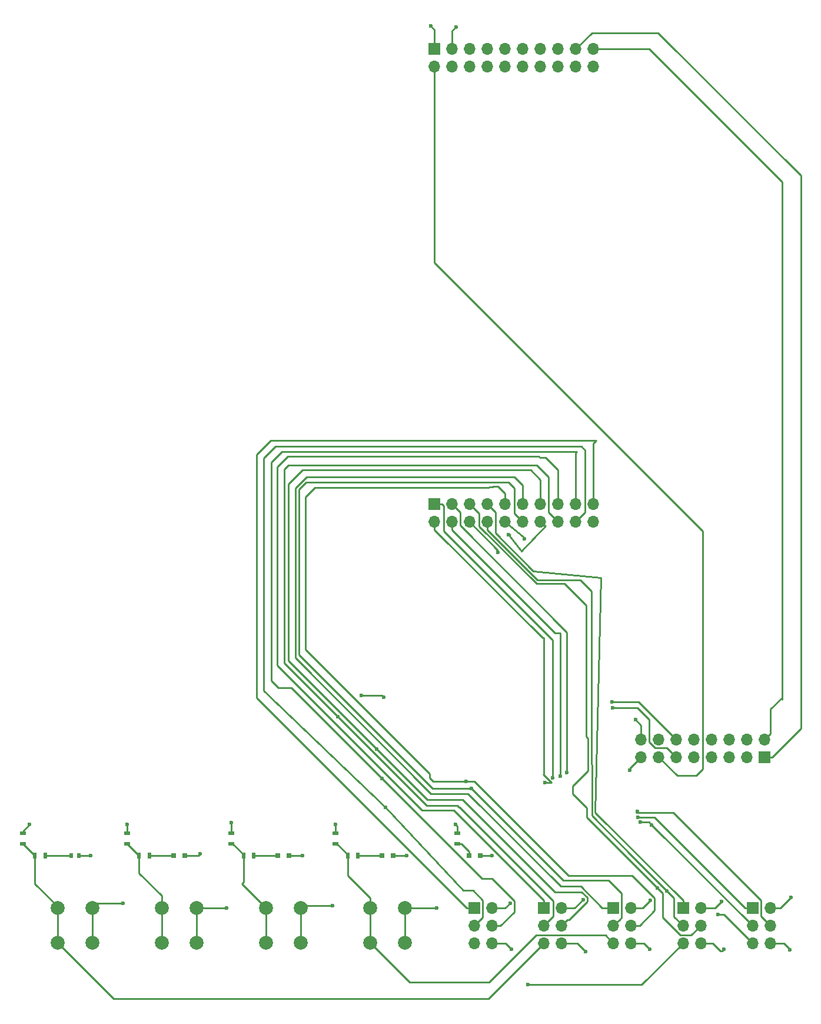
<source format=gtl>
G04 #@! TF.FileFunction,Copper,L1,Top,Signal*
%FSLAX46Y46*%
G04 Gerber Fmt 4.6, Leading zero omitted, Abs format (unit mm)*
G04 Created by KiCad (PCBNEW 4.0.6) date Monday, August 21, 2017 'PMt' 07:16:47 PM*
%MOMM*%
%LPD*%
G01*
G04 APERTURE LIST*
%ADD10C,0.100000*%
%ADD11R,0.600000X0.700000*%
%ADD12R,0.800000X0.800000*%
%ADD13R,1.700000X1.700000*%
%ADD14O,1.700000X1.700000*%
%ADD15R,0.500000X0.900000*%
%ADD16R,0.900000X0.500000*%
%ADD17C,2.000000*%
%ADD18C,0.600000*%
%ADD19C,0.250000*%
G04 APERTURE END LIST*
D10*
D11*
X51950000Y-157500000D03*
X53050000Y-157500000D03*
D12*
X66700000Y-157500000D03*
X68300000Y-157500000D03*
X109200000Y-157500000D03*
X110800000Y-157500000D03*
X81700000Y-157500000D03*
X83300000Y-157500000D03*
X96700000Y-157500000D03*
X98300000Y-157500000D03*
D13*
X151750000Y-143300000D03*
D14*
X151750000Y-140760000D03*
X149210000Y-143300000D03*
X149210000Y-140760000D03*
X146670000Y-143300000D03*
X146670000Y-140760000D03*
X144130000Y-143300000D03*
X144130000Y-140760000D03*
X141590000Y-143300000D03*
X141590000Y-140760000D03*
X139050000Y-143300000D03*
X139050000Y-140760000D03*
X136510000Y-143300000D03*
X136510000Y-140760000D03*
X133970000Y-143300000D03*
X133970000Y-140760000D03*
D13*
X104250000Y-41500000D03*
D14*
X104250000Y-44040000D03*
X106790000Y-41500000D03*
X106790000Y-44040000D03*
X109330000Y-41500000D03*
X109330000Y-44040000D03*
X111870000Y-41500000D03*
X111870000Y-44040000D03*
X114410000Y-41500000D03*
X114410000Y-44040000D03*
X116950000Y-41500000D03*
X116950000Y-44040000D03*
X119490000Y-41500000D03*
X119490000Y-44040000D03*
X122030000Y-41500000D03*
X122030000Y-44040000D03*
X124570000Y-41500000D03*
X124570000Y-44040000D03*
X127110000Y-41500000D03*
X127110000Y-44040000D03*
D13*
X104250000Y-106900000D03*
D14*
X104250000Y-109440000D03*
X106790000Y-106900000D03*
X106790000Y-109440000D03*
X109330000Y-106900000D03*
X109330000Y-109440000D03*
X111870000Y-106900000D03*
X111870000Y-109440000D03*
X114410000Y-106900000D03*
X114410000Y-109440000D03*
X116950000Y-106900000D03*
X116950000Y-109440000D03*
X119490000Y-106900000D03*
X119490000Y-109440000D03*
X122030000Y-106900000D03*
X122030000Y-109440000D03*
X124570000Y-106900000D03*
X124570000Y-109440000D03*
X127110000Y-106900000D03*
X127110000Y-109440000D03*
D13*
X120000000Y-165000000D03*
D14*
X122540000Y-165000000D03*
X120000000Y-167540000D03*
X122540000Y-167540000D03*
X120000000Y-170080000D03*
X122540000Y-170080000D03*
D13*
X140000000Y-165000000D03*
D14*
X142540000Y-165000000D03*
X140000000Y-167540000D03*
X142540000Y-167540000D03*
X140000000Y-170080000D03*
X142540000Y-170080000D03*
D13*
X150000000Y-165000000D03*
D14*
X152540000Y-165000000D03*
X150000000Y-167540000D03*
X152540000Y-167540000D03*
X150000000Y-170080000D03*
X152540000Y-170080000D03*
D13*
X110000000Y-165000000D03*
D14*
X112540000Y-165000000D03*
X110000000Y-167540000D03*
X112540000Y-167540000D03*
X110000000Y-170080000D03*
X112540000Y-170080000D03*
D13*
X130000000Y-165000000D03*
D14*
X132540000Y-165000000D03*
X130000000Y-167540000D03*
X132540000Y-167540000D03*
X130000000Y-170080000D03*
X132540000Y-170080000D03*
D15*
X46750000Y-157500000D03*
X48250000Y-157500000D03*
D16*
X45000000Y-154250000D03*
X45000000Y-155750000D03*
D15*
X61750000Y-157500000D03*
X63250000Y-157500000D03*
D16*
X60000000Y-154250000D03*
X60000000Y-155750000D03*
X107500000Y-154250000D03*
X107500000Y-155750000D03*
D15*
X76750000Y-157500000D03*
X78250000Y-157500000D03*
X91750000Y-157500000D03*
X93250000Y-157500000D03*
D16*
X75000000Y-154250000D03*
X75000000Y-155750000D03*
X90000000Y-154250000D03*
X90000000Y-155750000D03*
D17*
X50000000Y-165000000D03*
X55000000Y-165000000D03*
X55000000Y-170000000D03*
X50000000Y-170000000D03*
X65000000Y-165000000D03*
X70000000Y-165000000D03*
X70000000Y-170000000D03*
X65000000Y-170000000D03*
X80000000Y-165000000D03*
X85000000Y-165000000D03*
X85000000Y-170000000D03*
X80000000Y-170000000D03*
X95000000Y-165000000D03*
X100000000Y-165000000D03*
X100000000Y-170000000D03*
X95000000Y-170000000D03*
D18*
X133150000Y-137900000D03*
X107350000Y-38300000D03*
X112500000Y-157500000D03*
X100250000Y-157500000D03*
X85250000Y-157500000D03*
X70500000Y-157250000D03*
X54750000Y-157500000D03*
X145900000Y-170900000D03*
X155400000Y-171000000D03*
X135200000Y-170900000D03*
X126000000Y-171300000D03*
X115300000Y-170900000D03*
X104600000Y-165000000D03*
X89600000Y-164700000D03*
X74300000Y-165000000D03*
X59400000Y-164300000D03*
X90300000Y-137450000D03*
X93700000Y-134400000D03*
X96950000Y-134700000D03*
X95950000Y-142150000D03*
X137650000Y-162550000D03*
X136350000Y-162150000D03*
X135500000Y-153040000D03*
X122300000Y-146000000D03*
X133885247Y-152676369D03*
X133444269Y-151157016D03*
X121250000Y-146250000D03*
X109550000Y-147800000D03*
X108750000Y-146800000D03*
X97155000Y-150495000D03*
X129850000Y-136250000D03*
X96700000Y-146385002D03*
X129800000Y-135350000D03*
X132350000Y-145150000D03*
X103700000Y-38200000D03*
X107250000Y-153000000D03*
X90000000Y-153000000D03*
X75000000Y-152750000D03*
X60000000Y-153000000D03*
X46000000Y-153000000D03*
X155500000Y-163500000D03*
X145500000Y-164100000D03*
X135300000Y-163900000D03*
X125600000Y-163800000D03*
X115100000Y-164300000D03*
X120150000Y-147000000D03*
X145050000Y-165950000D03*
X123300000Y-145500000D03*
X133550000Y-151950000D03*
X113372900Y-113893600D03*
X117700000Y-176050000D03*
X117195600Y-111912400D03*
X114858800Y-111315500D03*
D19*
X48250000Y-157500000D02*
X51950000Y-157500000D01*
X133970000Y-140760000D02*
X133970000Y-138720000D01*
X133970000Y-138720000D02*
X133150000Y-137900000D01*
X106790000Y-41500000D02*
X106790000Y-38860000D01*
X106790000Y-38860000D02*
X107350000Y-38300000D01*
X110800000Y-157500000D02*
X112500000Y-157500000D01*
X98300000Y-157500000D02*
X100250000Y-157500000D01*
X83300000Y-157500000D02*
X85250000Y-157500000D01*
X68300000Y-157500000D02*
X70250000Y-157500000D01*
X70250000Y-157500000D02*
X70500000Y-157250000D01*
X53050000Y-157500000D02*
X54750000Y-157500000D01*
X145600000Y-171200000D02*
X145900000Y-170900000D01*
X145400000Y-171200000D02*
X145600000Y-171200000D01*
X145600000Y-171200000D02*
X145800000Y-171000000D01*
X155200000Y-170800000D02*
X155400000Y-171000000D01*
X155200000Y-170800000D02*
X155400000Y-171000000D01*
X154480000Y-170080000D02*
X155200000Y-170800000D01*
X152540000Y-170080000D02*
X154480000Y-170080000D01*
X142540000Y-170080000D02*
X144280000Y-170080000D01*
X145400000Y-171200000D02*
X145500000Y-171200000D01*
X144280000Y-170080000D02*
X145400000Y-171200000D01*
X132540000Y-170080000D02*
X134380000Y-170080000D01*
X134380000Y-170080000D02*
X135200000Y-170900000D01*
X122540000Y-170080000D02*
X124780000Y-170080000D01*
X124780000Y-170080000D02*
X126000000Y-171300000D01*
X112540000Y-170080000D02*
X114480000Y-170080000D01*
X114480000Y-170080000D02*
X115300000Y-170900000D01*
X100000000Y-170000000D02*
X100000000Y-165000000D01*
X100000000Y-165000000D02*
X104600000Y-165000000D01*
X85000000Y-170000000D02*
X85000000Y-165000000D01*
X85000000Y-165000000D02*
X85300000Y-164700000D01*
X85300000Y-164700000D02*
X89600000Y-164700000D01*
X70000000Y-170000000D02*
X70000000Y-165000000D01*
X70000000Y-165000000D02*
X74300000Y-165000000D01*
X55000000Y-170000000D02*
X55000000Y-165000000D01*
X55000000Y-165000000D02*
X55700000Y-164300000D01*
X55700000Y-164300000D02*
X59400000Y-164300000D01*
X63250000Y-157500000D02*
X66700000Y-157500000D01*
X107500000Y-155750000D02*
X108100000Y-155750000D01*
X108100000Y-155750000D02*
X109200000Y-156850000D01*
X109200000Y-156850000D02*
X109200000Y-157500000D01*
X78250000Y-157500000D02*
X81700000Y-157500000D01*
X93250000Y-157500000D02*
X96700000Y-157500000D01*
X156950000Y-59700000D02*
X156950000Y-134350000D01*
X156950000Y-134350000D02*
X156950000Y-135350000D01*
X151750000Y-143300000D02*
X152850000Y-143300000D01*
X152850000Y-143300000D02*
X156950000Y-139200000D01*
X156950000Y-139200000D02*
X156950000Y-134350000D01*
X136400000Y-39150000D02*
X156950000Y-59700000D01*
X126920000Y-39150000D02*
X136400000Y-39150000D01*
X124570000Y-41500000D02*
X126920000Y-39150000D01*
X154250000Y-60650000D02*
X154250000Y-134750000D01*
X154250000Y-134750000D02*
X154250000Y-135000000D01*
X151750000Y-140760000D02*
X152599999Y-139910001D01*
X152599999Y-139910001D02*
X152599999Y-136400001D01*
X152599999Y-136400001D02*
X154250000Y-134750000D01*
X135100000Y-41500000D02*
X154250000Y-60650000D01*
X127110000Y-41500000D02*
X135100000Y-41500000D01*
X103100000Y-150250000D02*
X90300000Y-137450000D01*
X90300000Y-137450000D02*
X82600000Y-129750000D01*
X96650000Y-134400000D02*
X93700000Y-134400000D01*
X96950000Y-134700000D02*
X96650000Y-134400000D01*
X118950000Y-101350000D02*
X120665001Y-103065001D01*
X120665001Y-103065001D02*
X120665001Y-108075001D01*
X120665001Y-108075001D02*
X121180001Y-108590001D01*
X121180001Y-108590001D02*
X122030000Y-109440000D01*
X82600000Y-101950000D02*
X83200000Y-101350000D01*
X83200000Y-101350000D02*
X118950000Y-101350000D01*
X82600000Y-129750000D02*
X82600000Y-101950000D01*
X107550000Y-150250000D02*
X103100000Y-150250000D01*
X107799990Y-150499990D02*
X107550000Y-150250000D01*
X121364999Y-163964999D02*
X107899990Y-150499990D01*
X107899990Y-150499990D02*
X107799990Y-150499990D01*
X120000000Y-167540000D02*
X121364999Y-166175001D01*
X121364999Y-166175001D02*
X121364999Y-163964999D01*
X103200000Y-149400000D02*
X95950000Y-142150000D01*
X95950000Y-142150000D02*
X83250000Y-129450000D01*
X122540000Y-167540000D02*
X123389999Y-166690001D01*
X123635001Y-166690001D02*
X126225001Y-164100001D01*
X123389999Y-166690001D02*
X123635001Y-166690001D01*
X126225001Y-164100001D02*
X126225001Y-163499999D01*
X126225001Y-163499999D02*
X125425002Y-162700000D01*
X125425002Y-162700000D02*
X121550000Y-162700000D01*
X121550000Y-162700000D02*
X108250000Y-149400000D01*
X108250000Y-149400000D02*
X103200000Y-149400000D01*
X83250000Y-129450000D02*
X83250000Y-104050000D01*
X85250000Y-102050000D02*
X118100000Y-102050000D01*
X83250000Y-104050000D02*
X85250000Y-102050000D01*
X118100000Y-102050000D02*
X119490000Y-103440000D01*
X119490000Y-103440000D02*
X119490000Y-106900000D01*
X138700000Y-163600000D02*
X137650000Y-162550000D01*
X137650000Y-162550000D02*
X132750000Y-157650000D01*
X126800000Y-144350000D02*
X126800000Y-119450000D01*
X126800000Y-119450000D02*
X125200000Y-117850000D01*
X126899990Y-144449990D02*
X126800000Y-144350000D01*
X132750000Y-157600000D02*
X126899990Y-151749990D01*
X126899990Y-151749990D02*
X126899990Y-144449990D01*
X132750000Y-157650000D02*
X132750000Y-157600000D01*
X138700000Y-166240000D02*
X138700000Y-163600000D01*
X125200000Y-117850000D02*
X119077919Y-117850000D01*
X119077919Y-117850000D02*
X111870000Y-110642081D01*
X111870000Y-110642081D02*
X111870000Y-109440000D01*
X140000000Y-167540000D02*
X138700000Y-166240000D01*
X137050000Y-162850000D02*
X136350000Y-162150000D01*
X136350000Y-162150000D02*
X126150000Y-151950000D01*
X142540000Y-167540000D02*
X141175001Y-168904999D01*
X126349991Y-140649991D02*
X126100000Y-140400000D01*
X141175001Y-168904999D02*
X139625997Y-168904999D01*
X126150000Y-151950000D02*
X126150000Y-150650000D01*
X139625997Y-168904999D02*
X137050000Y-166329002D01*
X137050000Y-166329002D02*
X137050000Y-162850000D01*
X126150000Y-150650000D02*
X124100000Y-148600000D01*
X110694999Y-110103490D02*
X110694999Y-108264999D01*
X124100000Y-148600000D02*
X124100000Y-147500000D01*
X124100000Y-147500000D02*
X126349991Y-145250009D01*
X126100000Y-140400000D02*
X126100000Y-121500000D01*
X126349991Y-145250009D02*
X126349991Y-140649991D01*
X126100000Y-121500000D02*
X122950000Y-118350000D01*
X122950000Y-118350000D02*
X118941509Y-118350000D01*
X118941509Y-118350000D02*
X110694999Y-110103490D01*
X110694999Y-108264999D02*
X110179999Y-107749999D01*
X110179999Y-107749999D02*
X109330000Y-106900000D01*
X150000000Y-167540000D02*
X135500000Y-153040000D01*
X135500000Y-153040000D02*
X135136369Y-152676369D01*
X122300000Y-125450000D02*
X121597919Y-125450000D01*
X121597919Y-125450000D02*
X106790000Y-110642081D01*
X106790000Y-110642081D02*
X106790000Y-109440000D01*
X122300000Y-146000000D02*
X122300000Y-125450000D01*
X135136369Y-152676369D02*
X133885247Y-152676369D01*
X133444269Y-151157016D02*
X133276286Y-151324999D01*
X151175001Y-166175001D02*
X151690001Y-166690001D01*
X133276286Y-151324999D02*
X138610001Y-151324999D01*
X138610001Y-151324999D02*
X151175001Y-163889999D01*
X151175001Y-163889999D02*
X151175001Y-166175001D01*
X151690001Y-166690001D02*
X152540000Y-167540000D01*
X105614999Y-110814999D02*
X121250000Y-126450000D01*
X121250000Y-126450000D02*
X121250000Y-146250000D01*
X104250000Y-106900000D02*
X105350000Y-106900000D01*
X105614999Y-107164999D02*
X105614999Y-110814999D01*
X105350000Y-106900000D02*
X105614999Y-107164999D01*
X122750000Y-161000000D02*
X129250000Y-161000000D01*
X129250000Y-161000000D02*
X131175001Y-162925001D01*
X131175001Y-162925001D02*
X131175001Y-166364999D01*
X131175001Y-166364999D02*
X130849999Y-166690001D01*
X130849999Y-166690001D02*
X130000000Y-167540000D01*
X109550000Y-147800000D02*
X122750000Y-161000000D01*
X103950000Y-147800000D02*
X109550000Y-147800000D01*
X84750000Y-128600000D02*
X103950000Y-147800000D01*
X84750000Y-104800000D02*
X84750000Y-128600000D01*
X114900000Y-103800000D02*
X85750000Y-103800000D01*
X85750000Y-103800000D02*
X84750000Y-104800000D01*
X115774999Y-104674999D02*
X114900000Y-103800000D01*
X116950000Y-109440000D02*
X115774999Y-108264999D01*
X115774999Y-108264999D02*
X115774999Y-104674999D01*
X109950000Y-146800000D02*
X108750000Y-146800000D01*
X108750000Y-146800000D02*
X104050000Y-146800000D01*
X87000000Y-104550000D02*
X112060000Y-104550000D01*
X132540000Y-167540000D02*
X133742081Y-167540000D01*
X103550000Y-145700000D02*
X85650000Y-127800000D01*
X133742081Y-167540000D02*
X135925001Y-165357080D01*
X135925001Y-165357080D02*
X135925001Y-163599999D01*
X112110000Y-104500000D02*
X112600000Y-104500000D01*
X135925001Y-163599999D02*
X132675002Y-160350000D01*
X132675002Y-160350000D02*
X123500000Y-160350000D01*
X123500000Y-160350000D02*
X109950000Y-146800000D01*
X104050000Y-146800000D02*
X103550000Y-146300000D01*
X85650000Y-127800000D02*
X85650000Y-105900000D01*
X103550000Y-146300000D02*
X103550000Y-145700000D01*
X113400000Y-104400000D02*
X114410000Y-105410000D01*
X85650000Y-105900000D02*
X87000000Y-104550000D01*
X112060000Y-104550000D02*
X112110000Y-104500000D01*
X112600000Y-104500000D02*
X112700000Y-104400000D01*
X112700000Y-104400000D02*
X113400000Y-104400000D01*
X114410000Y-105410000D02*
X114410000Y-106900000D01*
X108350000Y-162500000D02*
X97155000Y-150495000D01*
X97155000Y-150495000D02*
X79650000Y-133800000D01*
X135145001Y-137945001D02*
X133450000Y-136250000D01*
X133450000Y-136250000D02*
X129850000Y-136250000D01*
X139050000Y-143300000D02*
X137685001Y-141935001D01*
X137685001Y-141935001D02*
X135945999Y-141935001D01*
X135945999Y-141935001D02*
X135145001Y-141134003D01*
X135145001Y-141134003D02*
X135145001Y-137945001D01*
X125400000Y-98650000D02*
X125934999Y-99184999D01*
X125934999Y-99184999D02*
X125934999Y-108075001D01*
X125934999Y-108075001D02*
X125419999Y-108590001D01*
X125419999Y-108590001D02*
X124570000Y-109440000D01*
X124600000Y-98650000D02*
X125400000Y-98650000D01*
X81350000Y-98600000D02*
X124550000Y-98600000D01*
X124550000Y-98600000D02*
X124600000Y-98650000D01*
X79650000Y-100300000D02*
X81350000Y-98600000D01*
X79650000Y-133800000D02*
X79650000Y-100300000D01*
X109785002Y-162500000D02*
X108350000Y-162500000D01*
X110000000Y-167540000D02*
X111175001Y-166364999D01*
X111175001Y-166364999D02*
X111175001Y-163889999D01*
X111175001Y-163889999D02*
X109785002Y-162500000D01*
X111114998Y-160800000D02*
X96700000Y-146385002D01*
X96700000Y-146385002D02*
X83664998Y-133350000D01*
X139050000Y-140760000D02*
X133640000Y-135350000D01*
X133640000Y-135350000D02*
X129800000Y-135350000D01*
X112540000Y-167540000D02*
X113742081Y-167540000D01*
X113742081Y-167540000D02*
X115725001Y-165557080D01*
X115725001Y-165557080D02*
X115725001Y-163999999D01*
X82300000Y-99350000D02*
X124750000Y-99350000D01*
X115725001Y-163999999D02*
X112525002Y-160800000D01*
X112525002Y-160800000D02*
X111114998Y-160800000D01*
X81750000Y-133350000D02*
X80750000Y-132350000D01*
X83664998Y-133350000D02*
X81750000Y-133350000D01*
X80750000Y-100900000D02*
X82300000Y-99350000D01*
X80750000Y-132350000D02*
X80750000Y-100900000D01*
X124750000Y-99350000D02*
X124570000Y-99530000D01*
X124570000Y-99530000D02*
X124570000Y-106900000D01*
X104250000Y-44040000D02*
X104250000Y-72250000D01*
X139160000Y-145950000D02*
X136510000Y-143300000D01*
X141900000Y-145950000D02*
X139160000Y-145950000D01*
X142850000Y-145000000D02*
X141900000Y-145950000D01*
X142850000Y-110850000D02*
X142850000Y-145000000D01*
X104250000Y-72250000D02*
X142850000Y-110850000D01*
X133970000Y-143300000D02*
X132350000Y-144920000D01*
X132350000Y-144920000D02*
X132350000Y-145150000D01*
X104250000Y-41500000D02*
X104250000Y-38750000D01*
X104250000Y-38750000D02*
X103700000Y-38200000D01*
X107500000Y-154250000D02*
X107500000Y-153250000D01*
X107500000Y-153250000D02*
X107250000Y-153000000D01*
X90000000Y-154250000D02*
X90000000Y-153000000D01*
X75000000Y-154250000D02*
X75000000Y-152750000D01*
X60000000Y-154250000D02*
X60000000Y-153000000D01*
X45000000Y-154250000D02*
X45000000Y-154000000D01*
X45000000Y-154000000D02*
X46000000Y-153000000D01*
X152540000Y-165000000D02*
X154000000Y-165000000D01*
X154000000Y-165000000D02*
X155500000Y-163500000D01*
X142540000Y-165000000D02*
X144600000Y-165000000D01*
X144600000Y-165000000D02*
X145500000Y-164100000D01*
X132540000Y-165000000D02*
X134200000Y-165000000D01*
X134200000Y-165000000D02*
X135300000Y-163900000D01*
X125600000Y-163800000D02*
X124400000Y-165000000D01*
X124400000Y-165000000D02*
X122540000Y-165000000D01*
X112540000Y-165000000D02*
X114400000Y-165000000D01*
X114400000Y-165000000D02*
X115100000Y-164300000D01*
X120000000Y-126150000D02*
X119757919Y-126150000D01*
X119757919Y-126150000D02*
X104250000Y-110642081D01*
X120000000Y-145725002D02*
X120000000Y-126150000D01*
X119900000Y-145825002D02*
X120000000Y-145725002D01*
X120150000Y-147000000D02*
X121074998Y-147000000D01*
X121074998Y-147000000D02*
X119900000Y-145825002D01*
X104250000Y-110642081D02*
X104250000Y-109440000D01*
X150000000Y-170080000D02*
X145870000Y-165950000D01*
X145870000Y-165950000D02*
X145050000Y-165950000D01*
X76750000Y-157500000D02*
X76750000Y-157300000D01*
X76750000Y-157300000D02*
X75200000Y-155750000D01*
X75200000Y-155750000D02*
X75000000Y-155750000D01*
X76500000Y-161500000D02*
X76750000Y-161250000D01*
X76750000Y-161250000D02*
X76750000Y-157500000D01*
X80000000Y-165000000D02*
X76500000Y-161500000D01*
X80000000Y-170000000D02*
X80000000Y-165000000D01*
X123300000Y-145500000D02*
X123300000Y-125339000D01*
X123300000Y-125339000D02*
X107965001Y-110004001D01*
X107965001Y-110004001D02*
X107965001Y-108075001D01*
X107965001Y-108075001D02*
X107639999Y-107749999D01*
X107639999Y-107749999D02*
X106790000Y-106900000D01*
X150000000Y-165000000D02*
X148900000Y-165000000D01*
X148900000Y-165000000D02*
X135850000Y-151950000D01*
X135850000Y-151950000D02*
X133550000Y-151950000D01*
X109330000Y-109440000D02*
X113372900Y-113648536D01*
X113372900Y-113648536D02*
X113372900Y-113893600D01*
X140000000Y-170080000D02*
X134030000Y-176050000D01*
X134030000Y-176050000D02*
X130975002Y-176050000D01*
X130975002Y-176050000D02*
X117700000Y-176050000D01*
X65000000Y-165000000D02*
X65000000Y-163250000D01*
X61750000Y-160000000D02*
X61750000Y-157500000D01*
X65000000Y-163250000D02*
X61750000Y-160000000D01*
X65000000Y-170000000D02*
X65000000Y-165000000D01*
X60000000Y-155750000D02*
X61750000Y-157500000D01*
X128168400Y-117513100D02*
X118440200Y-116535200D01*
X118440200Y-116535200D02*
X113045001Y-111045001D01*
X113045001Y-111045001D02*
X113045001Y-108075001D01*
X113045001Y-108075001D02*
X112719999Y-107749999D01*
X112719999Y-107749999D02*
X111870000Y-106900000D01*
X127350000Y-151250000D02*
X128168400Y-117513100D01*
X140000000Y-165000000D02*
X140000000Y-163900000D01*
X140000000Y-163900000D02*
X127350000Y-151250000D01*
X114410000Y-109440000D02*
X117255600Y-111852400D01*
X117255600Y-111852400D02*
X117195600Y-111912400D01*
X118895001Y-168904999D02*
X112100000Y-175700000D01*
X112100000Y-175700000D02*
X100700000Y-175700000D01*
X100700000Y-175700000D02*
X95999999Y-170999999D01*
X95999999Y-170999999D02*
X95000000Y-170000000D01*
X130000000Y-170080000D02*
X128824999Y-168904999D01*
X128824999Y-168904999D02*
X118895001Y-168904999D01*
X90000000Y-155750000D02*
X90200000Y-155750000D01*
X90200000Y-155750000D02*
X91750000Y-157300000D01*
X91750000Y-157300000D02*
X91750000Y-157500000D01*
X95000000Y-165000000D02*
X95000000Y-163585787D01*
X95000000Y-163585787D02*
X91750000Y-160335787D01*
X91750000Y-160335787D02*
X91750000Y-157500000D01*
X95000000Y-170000000D02*
X95000000Y-168585787D01*
X95000000Y-168585787D02*
X95000000Y-165000000D01*
X130000000Y-165000000D02*
X128361412Y-165000000D01*
X128361412Y-165000000D02*
X125261412Y-161900000D01*
X84200000Y-104650000D02*
X85850000Y-103000000D01*
X116950000Y-104200000D02*
X116950000Y-106900000D01*
X125261412Y-161900000D02*
X122400000Y-161900000D01*
X85850000Y-103000000D02*
X115750000Y-103000000D01*
X122400000Y-161900000D02*
X109050000Y-148550000D01*
X103750000Y-148550000D02*
X84200000Y-129000000D01*
X109050000Y-148550000D02*
X103750000Y-148550000D01*
X84200000Y-129000000D02*
X84200000Y-104650000D01*
X115750000Y-103000000D02*
X116950000Y-104200000D01*
X116732081Y-113700000D02*
X114958800Y-111415500D01*
X115108800Y-111365500D02*
X115008800Y-111265500D01*
X119490000Y-109440000D02*
X120240000Y-110092081D01*
X120240000Y-110092081D02*
X116732081Y-113700000D01*
X117800000Y-172280000D02*
X112030000Y-178050000D01*
X120000000Y-170080000D02*
X117800000Y-172280000D01*
X112030000Y-178050000D02*
X58050000Y-178050000D01*
X58050000Y-178050000D02*
X50000000Y-170000000D01*
X50000000Y-165000000D02*
X50000000Y-164750000D01*
X50000000Y-164750000D02*
X46750000Y-161500000D01*
X46750000Y-161500000D02*
X46750000Y-157500000D01*
X50000000Y-170000000D02*
X50000000Y-165000000D01*
X45000000Y-155750000D02*
X46750000Y-157500000D01*
X120200000Y-100200000D02*
X122030000Y-102030000D01*
X122030000Y-102030000D02*
X122030000Y-106900000D01*
X119400000Y-100200000D02*
X120200000Y-100200000D01*
X119300000Y-100100000D02*
X119400000Y-100200000D01*
X83100000Y-100100000D02*
X119300000Y-100100000D01*
X81650000Y-101550000D02*
X83100000Y-100100000D01*
X81650000Y-130150000D02*
X81650000Y-101550000D01*
X102450000Y-150950000D02*
X81650000Y-130150000D01*
X107050000Y-150950000D02*
X102450000Y-150950000D01*
X120000000Y-165000000D02*
X120000000Y-163900000D01*
X120000000Y-163900000D02*
X107050000Y-150950000D01*
X127500000Y-97800000D02*
X127110000Y-98190000D01*
X127110000Y-98190000D02*
X127110000Y-106900000D01*
X80700000Y-97800000D02*
X127500000Y-97800000D01*
X78650000Y-99850000D02*
X80700000Y-97800000D01*
X78650000Y-134750000D02*
X78650000Y-99850000D01*
X110000000Y-165000000D02*
X108900000Y-165000000D01*
X108900000Y-165000000D02*
X78650000Y-134750000D01*
M02*

</source>
